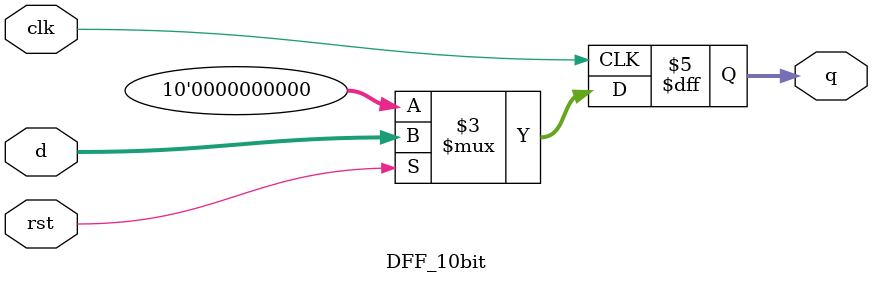
<source format=v>
`timescale 1ns / 1ps

module DFF_10bit (
    input clk,                // clock
    input rst,                // reset
    input signed [9:0] d,     // 10-bit signed 입력
    output reg signed [9:0] q // 10-bit signed 출력
);
    // positive clk 또는 rst 신호가 활성화될 때마다 동작
    always @(posedge clk) begin
        if (rst)
            q <= d;      // rst=1 일 때, 입력 d 값을 출력 q에 저장
        else
            q <= 0;  // rst=0 일 때, q를 0으로 초기화
    end
endmodule


</source>
